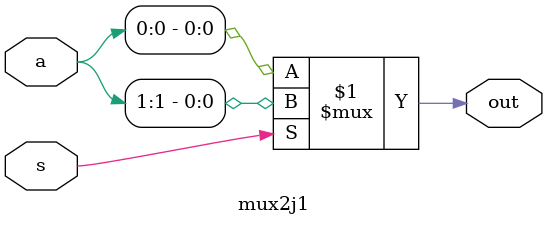
<source format=v>
`timescale 1ns / 1ps

module mux2j1(a,s,out);

 input [1:0]a;
 input s;
 output out;
 wire x,y,z,sbar;
  
  //gate level
  /*and  a1(y,a[1],s);
  not  n1(sbar,s);
  and  a2(z,a[0],sbar);
  or   o1(out,y,z);*/
  
  // data flow level
   /*assign out = ~s&a[0]|s&a[1];*/
   
   //taranary opretor
   assign out = s?a[1]:a[0];
 
endmodule

</source>
